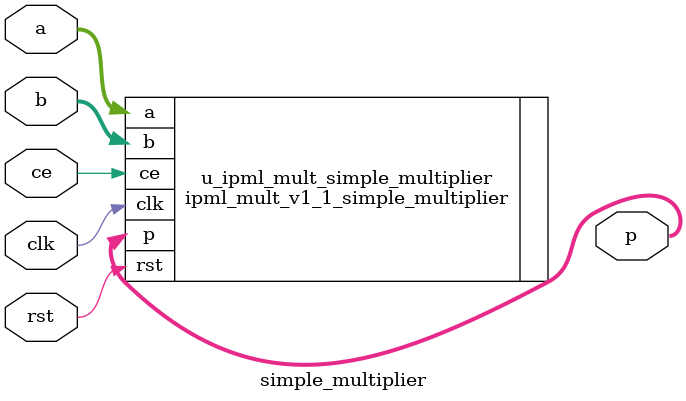
<source format=v>


module simple_multiplier
( 
     ce  ,
     rst ,
     clk ,
     a   ,
     b   ,
     p
);



localparam ASIZE = 16 ; //@IPC int 2,72

localparam BSIZE = 16 ; //@IPC int 2,72

localparam A_SIGNED = 0 ; //@IPC enum 0,1

localparam B_SIGNED = 0 ; //@IPC enum 0,1

localparam ASYNC_RST = 0 ; //@IPC enum 0,1

localparam OPTIMAL_TIMING = 0 ; //@IPC enum 0,1

localparam INREG_EN = 0 ; //@IPC enum 0,1

localparam PIPEREG_EN_1 = 1 ; //@IPC enum 0,1

localparam PIPEREG_EN_2 = 1 ; //@IPC enum 0,1

localparam PIPEREG_EN_3 = 1 ; //@IPC enum 0,1

localparam OUTREG_EN = 0 ; //@IPC enum 0,1

//tmp variable for ipc purpose 

localparam PIPE_STATUS = 3 ; //@IPC enum 0,1,2,3,4,5

localparam ASYNC_RST_BOOL = 0 ; //@IPC bool

localparam OPTIMAL_TIMING_BOOL = 0 ; //@IPC bool

//end of tmp variable
localparam  GRS_EN       = "FALSE"         ;  

localparam  PSIZE = ASIZE + BSIZE          ;  

input                 ce  ;
input                 rst ;
input                 clk ;
input  [ASIZE-1:0]    a   ;
input  [BSIZE-1:0]    b   ;
output [PSIZE-1:0]    p   ;

ipml_mult_v1_1_simple_multiplier
    #(  
    .ASIZE           ( ASIZE            ),
    .BSIZE           ( BSIZE            ),
    .OPTIMAL_TIMING  ( OPTIMAL_TIMING   ),    
    .INREG_EN        ( INREG_EN         ),    
    .PIPEREG_EN_1    ( PIPEREG_EN_1     ),     
    .PIPEREG_EN_2    ( PIPEREG_EN_2     ),
    .PIPEREG_EN_3    ( PIPEREG_EN_3     ),
    .OUTREG_EN       ( OUTREG_EN        ),
    .GRS_EN          ( GRS_EN           ),  
    .A_SIGNED        ( A_SIGNED         ),     
    .B_SIGNED        ( B_SIGNED         ),     
    .ASYNC_RST       ( ASYNC_RST        )      
    )u_ipml_mult_simple_multiplier
    (
    .ce              ( ce     ),
    .rst             ( rst    ),
    .clk             ( clk    ),
    .a               ( a      ),
    .b               ( b      ),
    .p               ( p      )
    );

endmodule


</source>
